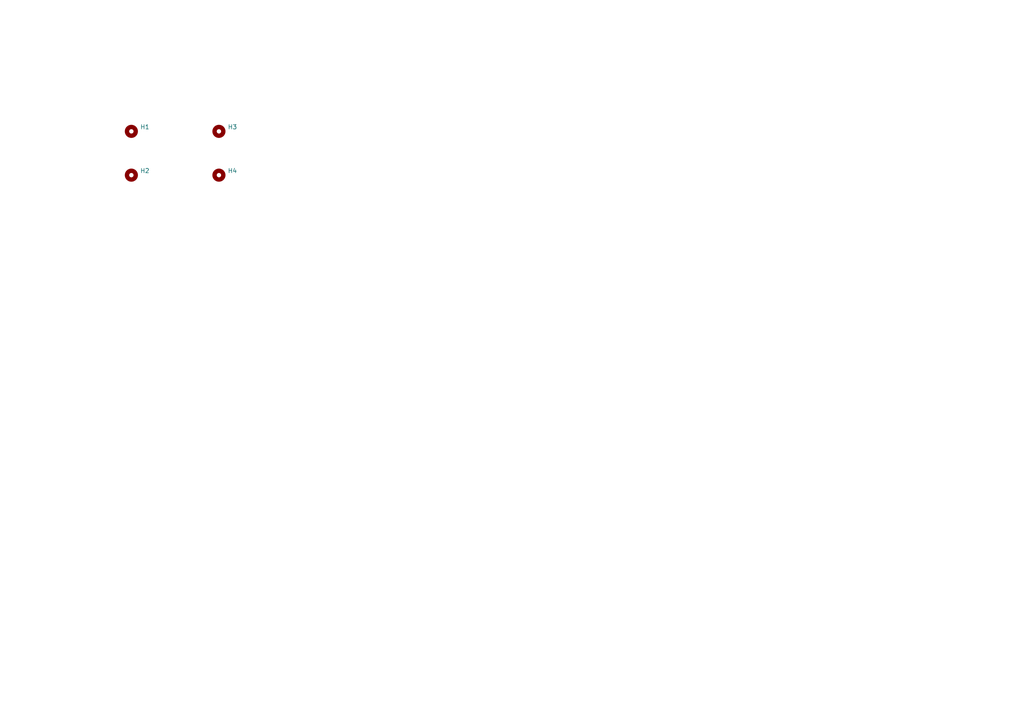
<source format=kicad_sch>
(kicad_sch (version 20211123) (generator eeschema)
  (paper "A4")
  (lib_symbols
    (symbol "Mechanical:MountingHole" (pin_names (offset 1.016))
      (property "Reference" "H" (at 0 5.08 0))
      (property "Value" "MountingHole" (at 0 3.175 0))
      (symbol "MountingHole_0_1"
        (circle (center 0 0) (radius 1.27) (stroke (width 1.27)))
      )
    )
  )
  (symbol (lib_id "Mechanical:MountingHole") (at 63.5 50.8 0) (unit 1)
    (property "Reference" "H4" (at 66.04 49.5299 0) (effects (justify left)))
  )
  (symbol (lib_id "Mechanical:MountingHole") (at 38.1 38.1 0) (unit 1)
    (property "Reference" "H1" (at 40.64 36.8299 0) (effects (justify left)))
  )
  (symbol (lib_id "Mechanical:MountingHole") (at 38.1 50.8 0) (unit 1)
    (property "Reference" "H2" (at 40.64 49.5299 0) (effects (justify left)))
  )
  (symbol (lib_id "Mechanical:MountingHole") (at 63.5 38.1 0) (unit 1)
    (property "Reference" "H3" (at 66.04 36.8299 0) (effects (justify left)))
  )
)
</source>
